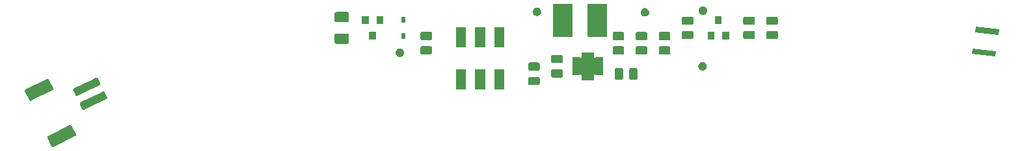
<source format=gbr>
G04 #@! TF.GenerationSoftware,KiCad,Pcbnew,(5.0.1)-3*
G04 #@! TF.CreationDate,2021-05-06T18:47:49+10:00*
G04 #@! TF.ProjectId,LED Right Glasses Arm (power),4C454420526967687420476C61737365,rev?*
G04 #@! TF.SameCoordinates,Original*
G04 #@! TF.FileFunction,Soldermask,Top*
G04 #@! TF.FilePolarity,Negative*
%FSLAX46Y46*%
G04 Gerber Fmt 4.6, Leading zero omitted, Abs format (unit mm)*
G04 Created by KiCad (PCBNEW (5.0.1)-3) date 6/05/2021 6:47:49 PM*
%MOMM*%
%LPD*%
G01*
G04 APERTURE LIST*
%ADD10C,0.100000*%
G04 APERTURE END LIST*
D10*
G36*
X94703318Y-105716217D02*
X94738226Y-105724517D01*
X94770855Y-105739473D01*
X94799932Y-105760502D01*
X94824351Y-105786803D01*
X94846401Y-105822610D01*
X95382260Y-106921283D01*
X95396902Y-106960708D01*
X95402594Y-106996143D01*
X95401263Y-107032005D01*
X95392963Y-107066913D01*
X95378007Y-107099542D01*
X95356978Y-107128619D01*
X95330677Y-107153038D01*
X95294870Y-107175088D01*
X92488488Y-108543852D01*
X92449063Y-108558494D01*
X92413628Y-108564186D01*
X92377766Y-108562855D01*
X92342858Y-108554555D01*
X92310229Y-108539599D01*
X92281152Y-108518570D01*
X92256733Y-108492269D01*
X92234683Y-108456462D01*
X91698824Y-107357789D01*
X91684182Y-107318364D01*
X91678490Y-107282929D01*
X91679821Y-107247067D01*
X91688121Y-107212159D01*
X91703077Y-107179530D01*
X91724106Y-107150453D01*
X91750407Y-107126034D01*
X91786214Y-107103984D01*
X94592596Y-105735220D01*
X94632021Y-105720578D01*
X94667456Y-105714886D01*
X94703318Y-105716217D01*
X94703318Y-105716217D01*
G37*
G36*
X98986191Y-101296353D02*
X99026695Y-101305985D01*
X99064548Y-101323335D01*
X99098289Y-101347736D01*
X99126615Y-101378246D01*
X99151687Y-101418961D01*
X99176389Y-101469608D01*
X99176391Y-101469611D01*
X99417934Y-101964847D01*
X99417938Y-101964857D01*
X99442636Y-102015496D01*
X99459285Y-102060321D01*
X99465887Y-102101428D01*
X99464344Y-102143036D01*
X99454712Y-102183540D01*
X99437362Y-102221393D01*
X99412961Y-102255134D01*
X99382448Y-102283463D01*
X99341744Y-102308528D01*
X99291094Y-102333232D01*
X99291087Y-102333236D01*
X97236798Y-103335179D01*
X96498218Y-103695409D01*
X96453393Y-103712058D01*
X96412286Y-103718661D01*
X96370677Y-103717117D01*
X96330173Y-103707485D01*
X96292320Y-103690135D01*
X96258579Y-103665734D01*
X96230253Y-103635224D01*
X96205181Y-103594509D01*
X96180477Y-103543859D01*
X95938934Y-103048623D01*
X95938930Y-103048613D01*
X95914232Y-102997974D01*
X95897583Y-102953149D01*
X95890981Y-102912042D01*
X95892524Y-102870434D01*
X95902156Y-102829930D01*
X95919506Y-102792077D01*
X95943907Y-102758336D01*
X95974420Y-102730007D01*
X96015124Y-102704942D01*
X96065774Y-102680238D01*
X96065781Y-102680234D01*
X98642214Y-101423624D01*
X98858650Y-101318061D01*
X98903475Y-101301412D01*
X98944582Y-101294809D01*
X98986191Y-101296353D01*
X98986191Y-101296353D01*
G37*
G36*
X91766230Y-99694297D02*
X91801138Y-99702597D01*
X91833767Y-99717553D01*
X91862844Y-99738582D01*
X91887263Y-99764883D01*
X91909313Y-99800690D01*
X92445172Y-100899363D01*
X92459814Y-100938788D01*
X92465506Y-100974223D01*
X92464175Y-101010085D01*
X92455875Y-101044993D01*
X92440919Y-101077622D01*
X92419890Y-101106699D01*
X92393589Y-101131118D01*
X92357782Y-101153168D01*
X89551400Y-102521932D01*
X89511975Y-102536574D01*
X89476540Y-102542266D01*
X89440678Y-102540935D01*
X89405770Y-102532635D01*
X89373141Y-102517679D01*
X89344064Y-102496650D01*
X89319645Y-102470349D01*
X89297595Y-102434542D01*
X88761736Y-101335869D01*
X88747094Y-101296444D01*
X88741402Y-101261009D01*
X88742733Y-101225147D01*
X88751033Y-101190239D01*
X88765989Y-101157610D01*
X88787018Y-101128533D01*
X88813319Y-101104114D01*
X88849126Y-101082064D01*
X91655508Y-99713300D01*
X91694933Y-99698658D01*
X91730368Y-99692966D01*
X91766230Y-99694297D01*
X91766230Y-99694297D01*
G37*
G36*
X98109448Y-99498767D02*
X98149952Y-99508399D01*
X98187805Y-99525749D01*
X98221546Y-99550150D01*
X98249872Y-99580660D01*
X98274944Y-99621375D01*
X98299646Y-99672022D01*
X98299648Y-99672025D01*
X98541191Y-100167261D01*
X98541195Y-100167271D01*
X98565893Y-100217910D01*
X98582542Y-100262735D01*
X98589144Y-100303842D01*
X98587601Y-100345450D01*
X98577969Y-100385954D01*
X98560619Y-100423807D01*
X98536218Y-100457548D01*
X98505705Y-100485877D01*
X98465001Y-100510942D01*
X98414351Y-100535646D01*
X98414344Y-100535650D01*
X96631403Y-101405248D01*
X95621475Y-101897823D01*
X95576650Y-101914472D01*
X95535543Y-101921075D01*
X95493934Y-101919531D01*
X95453430Y-101909899D01*
X95415577Y-101892549D01*
X95381836Y-101868148D01*
X95353510Y-101837638D01*
X95328438Y-101796923D01*
X95303734Y-101746273D01*
X95062191Y-101251037D01*
X95062187Y-101251027D01*
X95037489Y-101200388D01*
X95020840Y-101155563D01*
X95014238Y-101114456D01*
X95015781Y-101072848D01*
X95025413Y-101032344D01*
X95042763Y-100994491D01*
X95067164Y-100960750D01*
X95097677Y-100932421D01*
X95138381Y-100907356D01*
X95189031Y-100882652D01*
X95189038Y-100882648D01*
X97356507Y-99825503D01*
X97981907Y-99520475D01*
X98026732Y-99503826D01*
X98067839Y-99497223D01*
X98109448Y-99498767D01*
X98109448Y-99498767D01*
G37*
G36*
X151151000Y-101051000D02*
X149849000Y-101051000D01*
X149849000Y-98449000D01*
X151151000Y-98449000D01*
X151151000Y-101051000D01*
X151151000Y-101051000D01*
G37*
G36*
X148651000Y-101051000D02*
X147349000Y-101051000D01*
X147349000Y-98449000D01*
X148651000Y-98449000D01*
X148651000Y-101051000D01*
X148651000Y-101051000D01*
G37*
G36*
X146151000Y-101051000D02*
X144849000Y-101051000D01*
X144849000Y-98449000D01*
X146151000Y-98449000D01*
X146151000Y-101051000D01*
X146151000Y-101051000D01*
G37*
G36*
X155584466Y-99403565D02*
X155623137Y-99415296D01*
X155658779Y-99434348D01*
X155690017Y-99459983D01*
X155715652Y-99491221D01*
X155734704Y-99526863D01*
X155746435Y-99565534D01*
X155751000Y-99611888D01*
X155751000Y-100263112D01*
X155746435Y-100309466D01*
X155734704Y-100348137D01*
X155715652Y-100383779D01*
X155690017Y-100415017D01*
X155658779Y-100440652D01*
X155623137Y-100459704D01*
X155584466Y-100471435D01*
X155538112Y-100476000D01*
X154461888Y-100476000D01*
X154415534Y-100471435D01*
X154376863Y-100459704D01*
X154341221Y-100440652D01*
X154309983Y-100415017D01*
X154284348Y-100383779D01*
X154265296Y-100348137D01*
X154253565Y-100309466D01*
X154249000Y-100263112D01*
X154249000Y-99611888D01*
X154253565Y-99565534D01*
X154265296Y-99526863D01*
X154284348Y-99491221D01*
X154309983Y-99459983D01*
X154341221Y-99434348D01*
X154376863Y-99415296D01*
X154415534Y-99403565D01*
X154461888Y-99399000D01*
X155538112Y-99399000D01*
X155584466Y-99403565D01*
X155584466Y-99403565D01*
G37*
G36*
X162776000Y-96749000D02*
X162778402Y-96773386D01*
X162785515Y-96796835D01*
X162797066Y-96818446D01*
X162812612Y-96837388D01*
X162831554Y-96852934D01*
X162853165Y-96864485D01*
X162876614Y-96871598D01*
X162901000Y-96874000D01*
X162967783Y-96874000D01*
X162992169Y-96871598D01*
X163015618Y-96864485D01*
X163037229Y-96852934D01*
X163047055Y-96845647D01*
X163072766Y-96824547D01*
X163109248Y-96805047D01*
X163136319Y-96796835D01*
X163148832Y-96793039D01*
X163152689Y-96792659D01*
X163179685Y-96790000D01*
X163970000Y-96790000D01*
X163970000Y-96983552D01*
X163970601Y-96995790D01*
X163971016Y-97000000D01*
X163970601Y-97004210D01*
X163970000Y-97016448D01*
X163970000Y-97483552D01*
X163970601Y-97495790D01*
X163971016Y-97500000D01*
X163970601Y-97504210D01*
X163970000Y-97516448D01*
X163970000Y-97983552D01*
X163970601Y-97995790D01*
X163971016Y-98000000D01*
X163970601Y-98004210D01*
X163970000Y-98016448D01*
X163970000Y-98483552D01*
X163970601Y-98495790D01*
X163971016Y-98500000D01*
X163970601Y-98504210D01*
X163970000Y-98516448D01*
X163970000Y-98983552D01*
X163970601Y-98995790D01*
X163971016Y-99000000D01*
X163970601Y-99004210D01*
X163970000Y-99016448D01*
X163970000Y-99210000D01*
X163179685Y-99210000D01*
X163152690Y-99207341D01*
X163148832Y-99206961D01*
X163135638Y-99202958D01*
X163109248Y-99194953D01*
X163072766Y-99175453D01*
X163047069Y-99154364D01*
X163026708Y-99140760D01*
X163004069Y-99131383D01*
X162980036Y-99126602D01*
X162967783Y-99126000D01*
X162901000Y-99126000D01*
X162876614Y-99128402D01*
X162853165Y-99135515D01*
X162831554Y-99147066D01*
X162812612Y-99162612D01*
X162797066Y-99181554D01*
X162785515Y-99203165D01*
X162778402Y-99226614D01*
X162776000Y-99251000D01*
X162776000Y-99826000D01*
X161224000Y-99826000D01*
X161224000Y-99251000D01*
X161221598Y-99226614D01*
X161214485Y-99203165D01*
X161202934Y-99181554D01*
X161187388Y-99162612D01*
X161168446Y-99147066D01*
X161146835Y-99135515D01*
X161123386Y-99128402D01*
X161099000Y-99126000D01*
X161032217Y-99126000D01*
X161007831Y-99128402D01*
X160984382Y-99135515D01*
X160962771Y-99147066D01*
X160952945Y-99154353D01*
X160927234Y-99175453D01*
X160890752Y-99194953D01*
X160864362Y-99202958D01*
X160851168Y-99206961D01*
X160847310Y-99207341D01*
X160820315Y-99210000D01*
X160030000Y-99210000D01*
X160030000Y-99016448D01*
X160029399Y-99004210D01*
X160028984Y-99000000D01*
X160029399Y-98995790D01*
X160030000Y-98983552D01*
X160030000Y-98516448D01*
X160029399Y-98504210D01*
X160028984Y-98500000D01*
X160029399Y-98495790D01*
X160030000Y-98483552D01*
X160030000Y-98016448D01*
X160029399Y-98004210D01*
X160028984Y-98000000D01*
X160029399Y-97995790D01*
X160030000Y-97983552D01*
X160030000Y-97516448D01*
X160029399Y-97504210D01*
X160028984Y-97500000D01*
X160029399Y-97495790D01*
X160030000Y-97483552D01*
X160030000Y-97016448D01*
X160029399Y-97004210D01*
X160028984Y-97000000D01*
X160029399Y-96995790D01*
X160030000Y-96983552D01*
X160030000Y-96790000D01*
X160820315Y-96790000D01*
X160847311Y-96792659D01*
X160851168Y-96793039D01*
X160863681Y-96796835D01*
X160890752Y-96805047D01*
X160927234Y-96824547D01*
X160952931Y-96845636D01*
X160973292Y-96859240D01*
X160995931Y-96868617D01*
X161019964Y-96873398D01*
X161032217Y-96874000D01*
X161099000Y-96874000D01*
X161123386Y-96871598D01*
X161146835Y-96864485D01*
X161168446Y-96852934D01*
X161187388Y-96837388D01*
X161202934Y-96818446D01*
X161214485Y-96796835D01*
X161221598Y-96773386D01*
X161224000Y-96749000D01*
X161224000Y-96174000D01*
X162776000Y-96174000D01*
X162776000Y-96749000D01*
X162776000Y-96749000D01*
G37*
G36*
X166434466Y-98253565D02*
X166473137Y-98265296D01*
X166508779Y-98284348D01*
X166540017Y-98309983D01*
X166565652Y-98341221D01*
X166584704Y-98376863D01*
X166596435Y-98415534D01*
X166601000Y-98461888D01*
X166601000Y-99538112D01*
X166596435Y-99584466D01*
X166584704Y-99623137D01*
X166565652Y-99658779D01*
X166540017Y-99690017D01*
X166508779Y-99715652D01*
X166473137Y-99734704D01*
X166434466Y-99746435D01*
X166388112Y-99751000D01*
X165736888Y-99751000D01*
X165690534Y-99746435D01*
X165651863Y-99734704D01*
X165616221Y-99715652D01*
X165584983Y-99690017D01*
X165559348Y-99658779D01*
X165540296Y-99623137D01*
X165528565Y-99584466D01*
X165524000Y-99538112D01*
X165524000Y-98461888D01*
X165528565Y-98415534D01*
X165540296Y-98376863D01*
X165559348Y-98341221D01*
X165584983Y-98309983D01*
X165616221Y-98284348D01*
X165651863Y-98265296D01*
X165690534Y-98253565D01*
X165736888Y-98249000D01*
X166388112Y-98249000D01*
X166434466Y-98253565D01*
X166434466Y-98253565D01*
G37*
G36*
X168309466Y-98253565D02*
X168348137Y-98265296D01*
X168383779Y-98284348D01*
X168415017Y-98309983D01*
X168440652Y-98341221D01*
X168459704Y-98376863D01*
X168471435Y-98415534D01*
X168476000Y-98461888D01*
X168476000Y-99538112D01*
X168471435Y-99584466D01*
X168459704Y-99623137D01*
X168440652Y-99658779D01*
X168415017Y-99690017D01*
X168383779Y-99715652D01*
X168348137Y-99734704D01*
X168309466Y-99746435D01*
X168263112Y-99751000D01*
X167611888Y-99751000D01*
X167565534Y-99746435D01*
X167526863Y-99734704D01*
X167491221Y-99715652D01*
X167459983Y-99690017D01*
X167434348Y-99658779D01*
X167415296Y-99623137D01*
X167403565Y-99584466D01*
X167399000Y-99538112D01*
X167399000Y-98461888D01*
X167403565Y-98415534D01*
X167415296Y-98376863D01*
X167434348Y-98341221D01*
X167459983Y-98309983D01*
X167491221Y-98284348D01*
X167526863Y-98265296D01*
X167565534Y-98253565D01*
X167611888Y-98249000D01*
X168263112Y-98249000D01*
X168309466Y-98253565D01*
X168309466Y-98253565D01*
G37*
G36*
X158584466Y-98403565D02*
X158623137Y-98415296D01*
X158658779Y-98434348D01*
X158690017Y-98459983D01*
X158715652Y-98491221D01*
X158734704Y-98526863D01*
X158746435Y-98565534D01*
X158751000Y-98611888D01*
X158751000Y-99263112D01*
X158746435Y-99309466D01*
X158734704Y-99348137D01*
X158715652Y-99383779D01*
X158690017Y-99415017D01*
X158658779Y-99440652D01*
X158623137Y-99459704D01*
X158584466Y-99471435D01*
X158538112Y-99476000D01*
X157461888Y-99476000D01*
X157415534Y-99471435D01*
X157376863Y-99459704D01*
X157341221Y-99440652D01*
X157309983Y-99415017D01*
X157284348Y-99383779D01*
X157265296Y-99348137D01*
X157253565Y-99309466D01*
X157249000Y-99263112D01*
X157249000Y-98611888D01*
X157253565Y-98565534D01*
X157265296Y-98526863D01*
X157284348Y-98491221D01*
X157309983Y-98459983D01*
X157341221Y-98434348D01*
X157376863Y-98415296D01*
X157415534Y-98403565D01*
X157461888Y-98399000D01*
X158538112Y-98399000D01*
X158584466Y-98403565D01*
X158584466Y-98403565D01*
G37*
G36*
X155584466Y-97528565D02*
X155623137Y-97540296D01*
X155658779Y-97559348D01*
X155690017Y-97584983D01*
X155715652Y-97616221D01*
X155734704Y-97651863D01*
X155746435Y-97690534D01*
X155751000Y-97736888D01*
X155751000Y-98388112D01*
X155746435Y-98434466D01*
X155734704Y-98473137D01*
X155715652Y-98508779D01*
X155690017Y-98540017D01*
X155658779Y-98565652D01*
X155623137Y-98584704D01*
X155584466Y-98596435D01*
X155538112Y-98601000D01*
X154461888Y-98601000D01*
X154415534Y-98596435D01*
X154376863Y-98584704D01*
X154341221Y-98565652D01*
X154309983Y-98540017D01*
X154284348Y-98508779D01*
X154265296Y-98473137D01*
X154253565Y-98434466D01*
X154249000Y-98388112D01*
X154249000Y-97736888D01*
X154253565Y-97690534D01*
X154265296Y-97651863D01*
X154284348Y-97616221D01*
X154309983Y-97584983D01*
X154341221Y-97559348D01*
X154376863Y-97540296D01*
X154415534Y-97528565D01*
X154461888Y-97524000D01*
X155538112Y-97524000D01*
X155584466Y-97528565D01*
X155584466Y-97528565D01*
G37*
G36*
X177110721Y-97470174D02*
X177210995Y-97511709D01*
X177301245Y-97572012D01*
X177377988Y-97648755D01*
X177438291Y-97739005D01*
X177479826Y-97839279D01*
X177501000Y-97945730D01*
X177501000Y-98054270D01*
X177479826Y-98160721D01*
X177438291Y-98260995D01*
X177377988Y-98351245D01*
X177301245Y-98427988D01*
X177210995Y-98488291D01*
X177110721Y-98529826D01*
X177004270Y-98551000D01*
X176895730Y-98551000D01*
X176789279Y-98529826D01*
X176689005Y-98488291D01*
X176598755Y-98427988D01*
X176522012Y-98351245D01*
X176461709Y-98260995D01*
X176420174Y-98160721D01*
X176399000Y-98054270D01*
X176399000Y-97945730D01*
X176420174Y-97839279D01*
X176461709Y-97739005D01*
X176522012Y-97648755D01*
X176598755Y-97572012D01*
X176689005Y-97511709D01*
X176789279Y-97470174D01*
X176895730Y-97449000D01*
X177004270Y-97449000D01*
X177110721Y-97470174D01*
X177110721Y-97470174D01*
G37*
G36*
X158584466Y-96528565D02*
X158623137Y-96540296D01*
X158658779Y-96559348D01*
X158690017Y-96584983D01*
X158715652Y-96616221D01*
X158734704Y-96651863D01*
X158746435Y-96690534D01*
X158751000Y-96736888D01*
X158751000Y-97388112D01*
X158746435Y-97434466D01*
X158734704Y-97473137D01*
X158715652Y-97508779D01*
X158690017Y-97540017D01*
X158658779Y-97565652D01*
X158623137Y-97584704D01*
X158584466Y-97596435D01*
X158538112Y-97601000D01*
X157461888Y-97601000D01*
X157415534Y-97596435D01*
X157376863Y-97584704D01*
X157341221Y-97565652D01*
X157309983Y-97540017D01*
X157284348Y-97508779D01*
X157265296Y-97473137D01*
X157253565Y-97434466D01*
X157249000Y-97388112D01*
X157249000Y-96736888D01*
X157253565Y-96690534D01*
X157265296Y-96651863D01*
X157284348Y-96616221D01*
X157309983Y-96584983D01*
X157341221Y-96559348D01*
X157376863Y-96540296D01*
X157415534Y-96528565D01*
X157461888Y-96524000D01*
X158538112Y-96524000D01*
X158584466Y-96528565D01*
X158584466Y-96528565D01*
G37*
G36*
X137710721Y-95720174D02*
X137810995Y-95761709D01*
X137901245Y-95822012D01*
X137977988Y-95898755D01*
X138038291Y-95989005D01*
X138079826Y-96089279D01*
X138101000Y-96195730D01*
X138101000Y-96304270D01*
X138079826Y-96410721D01*
X138038291Y-96510995D01*
X137977988Y-96601245D01*
X137901245Y-96677988D01*
X137810995Y-96738291D01*
X137710721Y-96779826D01*
X137604270Y-96801000D01*
X137495730Y-96801000D01*
X137389279Y-96779826D01*
X137289005Y-96738291D01*
X137198755Y-96677988D01*
X137122012Y-96601245D01*
X137061709Y-96510995D01*
X137020174Y-96410721D01*
X136999000Y-96304270D01*
X136999000Y-96195730D01*
X137020174Y-96089279D01*
X137061709Y-95989005D01*
X137122012Y-95898755D01*
X137198755Y-95822012D01*
X137289005Y-95761709D01*
X137389279Y-95720174D01*
X137495730Y-95699000D01*
X137604270Y-95699000D01*
X137710721Y-95720174D01*
X137710721Y-95720174D01*
G37*
G36*
X215168436Y-96021060D02*
X215092620Y-96718954D01*
X212008764Y-96383940D01*
X212084580Y-95686046D01*
X215168436Y-96021060D01*
X215168436Y-96021060D01*
G37*
G36*
X166584466Y-95403565D02*
X166623137Y-95415296D01*
X166658779Y-95434348D01*
X166690017Y-95459983D01*
X166715652Y-95491221D01*
X166734704Y-95526863D01*
X166746435Y-95565534D01*
X166751000Y-95611888D01*
X166751000Y-96263112D01*
X166746435Y-96309466D01*
X166734704Y-96348137D01*
X166715652Y-96383779D01*
X166690017Y-96415017D01*
X166658779Y-96440652D01*
X166623137Y-96459704D01*
X166584466Y-96471435D01*
X166538112Y-96476000D01*
X165461888Y-96476000D01*
X165415534Y-96471435D01*
X165376863Y-96459704D01*
X165341221Y-96440652D01*
X165309983Y-96415017D01*
X165284348Y-96383779D01*
X165265296Y-96348137D01*
X165253565Y-96309466D01*
X165249000Y-96263112D01*
X165249000Y-95611888D01*
X165253565Y-95565534D01*
X165265296Y-95526863D01*
X165284348Y-95491221D01*
X165309983Y-95459983D01*
X165341221Y-95434348D01*
X165376863Y-95415296D01*
X165415534Y-95403565D01*
X165461888Y-95399000D01*
X166538112Y-95399000D01*
X166584466Y-95403565D01*
X166584466Y-95403565D01*
G37*
G36*
X141584466Y-95403565D02*
X141623137Y-95415296D01*
X141658779Y-95434348D01*
X141690017Y-95459983D01*
X141715652Y-95491221D01*
X141734704Y-95526863D01*
X141746435Y-95565534D01*
X141751000Y-95611888D01*
X141751000Y-96263112D01*
X141746435Y-96309466D01*
X141734704Y-96348137D01*
X141715652Y-96383779D01*
X141690017Y-96415017D01*
X141658779Y-96440652D01*
X141623137Y-96459704D01*
X141584466Y-96471435D01*
X141538112Y-96476000D01*
X140461888Y-96476000D01*
X140415534Y-96471435D01*
X140376863Y-96459704D01*
X140341221Y-96440652D01*
X140309983Y-96415017D01*
X140284348Y-96383779D01*
X140265296Y-96348137D01*
X140253565Y-96309466D01*
X140249000Y-96263112D01*
X140249000Y-95611888D01*
X140253565Y-95565534D01*
X140265296Y-95526863D01*
X140284348Y-95491221D01*
X140309983Y-95459983D01*
X140341221Y-95434348D01*
X140376863Y-95415296D01*
X140415534Y-95403565D01*
X140461888Y-95399000D01*
X141538112Y-95399000D01*
X141584466Y-95403565D01*
X141584466Y-95403565D01*
G37*
G36*
X169584466Y-95403565D02*
X169623137Y-95415296D01*
X169658779Y-95434348D01*
X169690017Y-95459983D01*
X169715652Y-95491221D01*
X169734704Y-95526863D01*
X169746435Y-95565534D01*
X169751000Y-95611888D01*
X169751000Y-96263112D01*
X169746435Y-96309466D01*
X169734704Y-96348137D01*
X169715652Y-96383779D01*
X169690017Y-96415017D01*
X169658779Y-96440652D01*
X169623137Y-96459704D01*
X169584466Y-96471435D01*
X169538112Y-96476000D01*
X168461888Y-96476000D01*
X168415534Y-96471435D01*
X168376863Y-96459704D01*
X168341221Y-96440652D01*
X168309983Y-96415017D01*
X168284348Y-96383779D01*
X168265296Y-96348137D01*
X168253565Y-96309466D01*
X168249000Y-96263112D01*
X168249000Y-95611888D01*
X168253565Y-95565534D01*
X168265296Y-95526863D01*
X168284348Y-95491221D01*
X168309983Y-95459983D01*
X168341221Y-95434348D01*
X168376863Y-95415296D01*
X168415534Y-95403565D01*
X168461888Y-95399000D01*
X169538112Y-95399000D01*
X169584466Y-95403565D01*
X169584466Y-95403565D01*
G37*
G36*
X172584466Y-95403565D02*
X172623137Y-95415296D01*
X172658779Y-95434348D01*
X172690017Y-95459983D01*
X172715652Y-95491221D01*
X172734704Y-95526863D01*
X172746435Y-95565534D01*
X172751000Y-95611888D01*
X172751000Y-96263112D01*
X172746435Y-96309466D01*
X172734704Y-96348137D01*
X172715652Y-96383779D01*
X172690017Y-96415017D01*
X172658779Y-96440652D01*
X172623137Y-96459704D01*
X172584466Y-96471435D01*
X172538112Y-96476000D01*
X171461888Y-96476000D01*
X171415534Y-96471435D01*
X171376863Y-96459704D01*
X171341221Y-96440652D01*
X171309983Y-96415017D01*
X171284348Y-96383779D01*
X171265296Y-96348137D01*
X171253565Y-96309466D01*
X171249000Y-96263112D01*
X171249000Y-95611888D01*
X171253565Y-95565534D01*
X171265296Y-95526863D01*
X171284348Y-95491221D01*
X171309983Y-95459983D01*
X171341221Y-95434348D01*
X171376863Y-95415296D01*
X171415534Y-95403565D01*
X171461888Y-95399000D01*
X172538112Y-95399000D01*
X172584466Y-95403565D01*
X172584466Y-95403565D01*
G37*
G36*
X151151000Y-95551000D02*
X149849000Y-95551000D01*
X149849000Y-92949000D01*
X151151000Y-92949000D01*
X151151000Y-95551000D01*
X151151000Y-95551000D01*
G37*
G36*
X148651000Y-95551000D02*
X147349000Y-95551000D01*
X147349000Y-92949000D01*
X148651000Y-92949000D01*
X148651000Y-95551000D01*
X148651000Y-95551000D01*
G37*
G36*
X146151000Y-95551000D02*
X144849000Y-95551000D01*
X144849000Y-92949000D01*
X146151000Y-92949000D01*
X146151000Y-95551000D01*
X146151000Y-95551000D01*
G37*
G36*
X130768604Y-93728347D02*
X130805145Y-93739432D01*
X130838820Y-93757431D01*
X130868341Y-93781659D01*
X130892569Y-93811180D01*
X130910568Y-93844855D01*
X130921653Y-93881396D01*
X130926000Y-93925538D01*
X130926000Y-94874462D01*
X130921653Y-94918604D01*
X130910568Y-94955145D01*
X130892569Y-94988820D01*
X130868341Y-95018341D01*
X130838820Y-95042569D01*
X130805145Y-95060568D01*
X130768604Y-95071653D01*
X130724462Y-95076000D01*
X129275538Y-95076000D01*
X129231396Y-95071653D01*
X129194855Y-95060568D01*
X129161180Y-95042569D01*
X129131659Y-95018341D01*
X129107431Y-94988820D01*
X129089432Y-94955145D01*
X129078347Y-94918604D01*
X129074000Y-94874462D01*
X129074000Y-93925538D01*
X129078347Y-93881396D01*
X129089432Y-93844855D01*
X129107431Y-93811180D01*
X129131659Y-93781659D01*
X129161180Y-93757431D01*
X129194855Y-93739432D01*
X129231396Y-93728347D01*
X129275538Y-93724000D01*
X130724462Y-93724000D01*
X130768604Y-93728347D01*
X130768604Y-93728347D01*
G37*
G36*
X141584466Y-93528565D02*
X141623137Y-93540296D01*
X141658779Y-93559348D01*
X141690017Y-93584983D01*
X141715652Y-93616221D01*
X141734704Y-93651863D01*
X141746435Y-93690534D01*
X141751000Y-93736888D01*
X141751000Y-94388112D01*
X141746435Y-94434466D01*
X141734704Y-94473137D01*
X141715652Y-94508779D01*
X141690017Y-94540017D01*
X141658779Y-94565652D01*
X141623137Y-94584704D01*
X141584466Y-94596435D01*
X141538112Y-94601000D01*
X140461888Y-94601000D01*
X140415534Y-94596435D01*
X140376863Y-94584704D01*
X140341221Y-94565652D01*
X140309983Y-94540017D01*
X140284348Y-94508779D01*
X140265296Y-94473137D01*
X140253565Y-94434466D01*
X140249000Y-94388112D01*
X140249000Y-93736888D01*
X140253565Y-93690534D01*
X140265296Y-93651863D01*
X140284348Y-93616221D01*
X140309983Y-93584983D01*
X140341221Y-93559348D01*
X140376863Y-93540296D01*
X140415534Y-93528565D01*
X140461888Y-93524000D01*
X141538112Y-93524000D01*
X141584466Y-93528565D01*
X141584466Y-93528565D01*
G37*
G36*
X172584466Y-93528565D02*
X172623137Y-93540296D01*
X172658779Y-93559348D01*
X172690017Y-93584983D01*
X172715652Y-93616221D01*
X172734704Y-93651863D01*
X172746435Y-93690534D01*
X172751000Y-93736888D01*
X172751000Y-94388112D01*
X172746435Y-94434466D01*
X172734704Y-94473137D01*
X172715652Y-94508779D01*
X172690017Y-94540017D01*
X172658779Y-94565652D01*
X172623137Y-94584704D01*
X172584466Y-94596435D01*
X172538112Y-94601000D01*
X171461888Y-94601000D01*
X171415534Y-94596435D01*
X171376863Y-94584704D01*
X171341221Y-94565652D01*
X171309983Y-94540017D01*
X171284348Y-94508779D01*
X171265296Y-94473137D01*
X171253565Y-94434466D01*
X171249000Y-94388112D01*
X171249000Y-93736888D01*
X171253565Y-93690534D01*
X171265296Y-93651863D01*
X171284348Y-93616221D01*
X171309983Y-93584983D01*
X171341221Y-93559348D01*
X171376863Y-93540296D01*
X171415534Y-93528565D01*
X171461888Y-93524000D01*
X172538112Y-93524000D01*
X172584466Y-93528565D01*
X172584466Y-93528565D01*
G37*
G36*
X169584466Y-93528565D02*
X169623137Y-93540296D01*
X169658779Y-93559348D01*
X169690017Y-93584983D01*
X169715652Y-93616221D01*
X169734704Y-93651863D01*
X169746435Y-93690534D01*
X169751000Y-93736888D01*
X169751000Y-94388112D01*
X169746435Y-94434466D01*
X169734704Y-94473137D01*
X169715652Y-94508779D01*
X169690017Y-94540017D01*
X169658779Y-94565652D01*
X169623137Y-94584704D01*
X169584466Y-94596435D01*
X169538112Y-94601000D01*
X168461888Y-94601000D01*
X168415534Y-94596435D01*
X168376863Y-94584704D01*
X168341221Y-94565652D01*
X168309983Y-94540017D01*
X168284348Y-94508779D01*
X168265296Y-94473137D01*
X168253565Y-94434466D01*
X168249000Y-94388112D01*
X168249000Y-93736888D01*
X168253565Y-93690534D01*
X168265296Y-93651863D01*
X168284348Y-93616221D01*
X168309983Y-93584983D01*
X168341221Y-93559348D01*
X168376863Y-93540296D01*
X168415534Y-93528565D01*
X168461888Y-93524000D01*
X169538112Y-93524000D01*
X169584466Y-93528565D01*
X169584466Y-93528565D01*
G37*
G36*
X166584466Y-93528565D02*
X166623137Y-93540296D01*
X166658779Y-93559348D01*
X166690017Y-93584983D01*
X166715652Y-93616221D01*
X166734704Y-93651863D01*
X166746435Y-93690534D01*
X166751000Y-93736888D01*
X166751000Y-94388112D01*
X166746435Y-94434466D01*
X166734704Y-94473137D01*
X166715652Y-94508779D01*
X166690017Y-94540017D01*
X166658779Y-94565652D01*
X166623137Y-94584704D01*
X166584466Y-94596435D01*
X166538112Y-94601000D01*
X165461888Y-94601000D01*
X165415534Y-94596435D01*
X165376863Y-94584704D01*
X165341221Y-94565652D01*
X165309983Y-94540017D01*
X165284348Y-94508779D01*
X165265296Y-94473137D01*
X165253565Y-94434466D01*
X165249000Y-94388112D01*
X165249000Y-93736888D01*
X165253565Y-93690534D01*
X165265296Y-93651863D01*
X165284348Y-93616221D01*
X165309983Y-93584983D01*
X165341221Y-93559348D01*
X165376863Y-93540296D01*
X165415534Y-93528565D01*
X165461888Y-93524000D01*
X166538112Y-93524000D01*
X166584466Y-93528565D01*
X166584466Y-93528565D01*
G37*
G36*
X178501000Y-94501000D02*
X177599000Y-94501000D01*
X177599000Y-93499000D01*
X178501000Y-93499000D01*
X178501000Y-94501000D01*
X178501000Y-94501000D01*
G37*
G36*
X180401000Y-94501000D02*
X179499000Y-94501000D01*
X179499000Y-93499000D01*
X180401000Y-93499000D01*
X180401000Y-94501000D01*
X180401000Y-94501000D01*
G37*
G36*
X134451000Y-94501000D02*
X133549000Y-94501000D01*
X133549000Y-93499000D01*
X134451000Y-93499000D01*
X134451000Y-94501000D01*
X134451000Y-94501000D01*
G37*
G36*
X183584466Y-93403565D02*
X183623137Y-93415296D01*
X183658779Y-93434348D01*
X183690017Y-93459983D01*
X183715652Y-93491221D01*
X183734704Y-93526863D01*
X183746435Y-93565534D01*
X183751000Y-93611888D01*
X183751000Y-94263112D01*
X183746435Y-94309466D01*
X183734704Y-94348137D01*
X183715652Y-94383779D01*
X183690017Y-94415017D01*
X183658779Y-94440652D01*
X183623137Y-94459704D01*
X183584466Y-94471435D01*
X183538112Y-94476000D01*
X182461888Y-94476000D01*
X182415534Y-94471435D01*
X182376863Y-94459704D01*
X182341221Y-94440652D01*
X182309983Y-94415017D01*
X182284348Y-94383779D01*
X182265296Y-94348137D01*
X182253565Y-94309466D01*
X182249000Y-94263112D01*
X182249000Y-93611888D01*
X182253565Y-93565534D01*
X182265296Y-93526863D01*
X182284348Y-93491221D01*
X182309983Y-93459983D01*
X182341221Y-93434348D01*
X182376863Y-93415296D01*
X182415534Y-93403565D01*
X182461888Y-93399000D01*
X183538112Y-93399000D01*
X183584466Y-93403565D01*
X183584466Y-93403565D01*
G37*
G36*
X186584466Y-93403565D02*
X186623137Y-93415296D01*
X186658779Y-93434348D01*
X186690017Y-93459983D01*
X186715652Y-93491221D01*
X186734704Y-93526863D01*
X186746435Y-93565534D01*
X186751000Y-93611888D01*
X186751000Y-94263112D01*
X186746435Y-94309466D01*
X186734704Y-94348137D01*
X186715652Y-94383779D01*
X186690017Y-94415017D01*
X186658779Y-94440652D01*
X186623137Y-94459704D01*
X186584466Y-94471435D01*
X186538112Y-94476000D01*
X185461888Y-94476000D01*
X185415534Y-94471435D01*
X185376863Y-94459704D01*
X185341221Y-94440652D01*
X185309983Y-94415017D01*
X185284348Y-94383779D01*
X185265296Y-94348137D01*
X185253565Y-94309466D01*
X185249000Y-94263112D01*
X185249000Y-93611888D01*
X185253565Y-93565534D01*
X185265296Y-93526863D01*
X185284348Y-93491221D01*
X185309983Y-93459983D01*
X185341221Y-93434348D01*
X185376863Y-93415296D01*
X185415534Y-93403565D01*
X185461888Y-93399000D01*
X186538112Y-93399000D01*
X186584466Y-93403565D01*
X186584466Y-93403565D01*
G37*
G36*
X175584466Y-93403565D02*
X175623137Y-93415296D01*
X175658779Y-93434348D01*
X175690017Y-93459983D01*
X175715652Y-93491221D01*
X175734704Y-93526863D01*
X175746435Y-93565534D01*
X175751000Y-93611888D01*
X175751000Y-94263112D01*
X175746435Y-94309466D01*
X175734704Y-94348137D01*
X175715652Y-94383779D01*
X175690017Y-94415017D01*
X175658779Y-94440652D01*
X175623137Y-94459704D01*
X175584466Y-94471435D01*
X175538112Y-94476000D01*
X174461888Y-94476000D01*
X174415534Y-94471435D01*
X174376863Y-94459704D01*
X174341221Y-94440652D01*
X174309983Y-94415017D01*
X174284348Y-94383779D01*
X174265296Y-94348137D01*
X174253565Y-94309466D01*
X174249000Y-94263112D01*
X174249000Y-93611888D01*
X174253565Y-93565534D01*
X174265296Y-93526863D01*
X174284348Y-93491221D01*
X174309983Y-93459983D01*
X174341221Y-93434348D01*
X174376863Y-93415296D01*
X174415534Y-93403565D01*
X174461888Y-93399000D01*
X175538112Y-93399000D01*
X175584466Y-93403565D01*
X175584466Y-93403565D01*
G37*
G36*
X138276000Y-94401000D02*
X137724000Y-94401000D01*
X137724000Y-93699000D01*
X138276000Y-93699000D01*
X138276000Y-94401000D01*
X138276000Y-94401000D01*
G37*
G36*
X164501000Y-94151000D02*
X161999000Y-94151000D01*
X161999000Y-89849000D01*
X164501000Y-89849000D01*
X164501000Y-94151000D01*
X164501000Y-94151000D01*
G37*
G36*
X160001000Y-94151000D02*
X157499000Y-94151000D01*
X157499000Y-89849000D01*
X160001000Y-89849000D01*
X160001000Y-94151000D01*
X160001000Y-94151000D01*
G37*
G36*
X215574836Y-93201660D02*
X215499020Y-93899554D01*
X212415164Y-93564540D01*
X212490980Y-92866646D01*
X215574836Y-93201660D01*
X215574836Y-93201660D01*
G37*
G36*
X186584466Y-91528565D02*
X186623137Y-91540296D01*
X186658779Y-91559348D01*
X186690017Y-91584983D01*
X186715652Y-91616221D01*
X186734704Y-91651863D01*
X186746435Y-91690534D01*
X186751000Y-91736888D01*
X186751000Y-92388112D01*
X186746435Y-92434466D01*
X186734704Y-92473137D01*
X186715652Y-92508779D01*
X186690017Y-92540017D01*
X186658779Y-92565652D01*
X186623137Y-92584704D01*
X186584466Y-92596435D01*
X186538112Y-92601000D01*
X185461888Y-92601000D01*
X185415534Y-92596435D01*
X185376863Y-92584704D01*
X185341221Y-92565652D01*
X185309983Y-92540017D01*
X185284348Y-92508779D01*
X185265296Y-92473137D01*
X185253565Y-92434466D01*
X185249000Y-92388112D01*
X185249000Y-91736888D01*
X185253565Y-91690534D01*
X185265296Y-91651863D01*
X185284348Y-91616221D01*
X185309983Y-91584983D01*
X185341221Y-91559348D01*
X185376863Y-91540296D01*
X185415534Y-91528565D01*
X185461888Y-91524000D01*
X186538112Y-91524000D01*
X186584466Y-91528565D01*
X186584466Y-91528565D01*
G37*
G36*
X183584466Y-91528565D02*
X183623137Y-91540296D01*
X183658779Y-91559348D01*
X183690017Y-91584983D01*
X183715652Y-91616221D01*
X183734704Y-91651863D01*
X183746435Y-91690534D01*
X183751000Y-91736888D01*
X183751000Y-92388112D01*
X183746435Y-92434466D01*
X183734704Y-92473137D01*
X183715652Y-92508779D01*
X183690017Y-92540017D01*
X183658779Y-92565652D01*
X183623137Y-92584704D01*
X183584466Y-92596435D01*
X183538112Y-92601000D01*
X182461888Y-92601000D01*
X182415534Y-92596435D01*
X182376863Y-92584704D01*
X182341221Y-92565652D01*
X182309983Y-92540017D01*
X182284348Y-92508779D01*
X182265296Y-92473137D01*
X182253565Y-92434466D01*
X182249000Y-92388112D01*
X182249000Y-91736888D01*
X182253565Y-91690534D01*
X182265296Y-91651863D01*
X182284348Y-91616221D01*
X182309983Y-91584983D01*
X182341221Y-91559348D01*
X182376863Y-91540296D01*
X182415534Y-91528565D01*
X182461888Y-91524000D01*
X183538112Y-91524000D01*
X183584466Y-91528565D01*
X183584466Y-91528565D01*
G37*
G36*
X175584466Y-91528565D02*
X175623137Y-91540296D01*
X175658779Y-91559348D01*
X175690017Y-91584983D01*
X175715652Y-91616221D01*
X175734704Y-91651863D01*
X175746435Y-91690534D01*
X175751000Y-91736888D01*
X175751000Y-92388112D01*
X175746435Y-92434466D01*
X175734704Y-92473137D01*
X175715652Y-92508779D01*
X175690017Y-92540017D01*
X175658779Y-92565652D01*
X175623137Y-92584704D01*
X175584466Y-92596435D01*
X175538112Y-92601000D01*
X174461888Y-92601000D01*
X174415534Y-92596435D01*
X174376863Y-92584704D01*
X174341221Y-92565652D01*
X174309983Y-92540017D01*
X174284348Y-92508779D01*
X174265296Y-92473137D01*
X174253565Y-92434466D01*
X174249000Y-92388112D01*
X174249000Y-91736888D01*
X174253565Y-91690534D01*
X174265296Y-91651863D01*
X174284348Y-91616221D01*
X174309983Y-91584983D01*
X174341221Y-91559348D01*
X174376863Y-91540296D01*
X174415534Y-91528565D01*
X174461888Y-91524000D01*
X175538112Y-91524000D01*
X175584466Y-91528565D01*
X175584466Y-91528565D01*
G37*
G36*
X179451000Y-92501000D02*
X178549000Y-92501000D01*
X178549000Y-91499000D01*
X179451000Y-91499000D01*
X179451000Y-92501000D01*
X179451000Y-92501000D01*
G37*
G36*
X135401000Y-92501000D02*
X134499000Y-92501000D01*
X134499000Y-91499000D01*
X135401000Y-91499000D01*
X135401000Y-92501000D01*
X135401000Y-92501000D01*
G37*
G36*
X133501000Y-92501000D02*
X132599000Y-92501000D01*
X132599000Y-91499000D01*
X133501000Y-91499000D01*
X133501000Y-92501000D01*
X133501000Y-92501000D01*
G37*
G36*
X138276000Y-92301000D02*
X137724000Y-92301000D01*
X137724000Y-91599000D01*
X138276000Y-91599000D01*
X138276000Y-92301000D01*
X138276000Y-92301000D01*
G37*
G36*
X130768604Y-90928347D02*
X130805145Y-90939432D01*
X130838820Y-90957431D01*
X130868341Y-90981659D01*
X130892569Y-91011180D01*
X130910568Y-91044855D01*
X130921653Y-91081396D01*
X130926000Y-91125538D01*
X130926000Y-92074462D01*
X130921653Y-92118604D01*
X130910568Y-92155145D01*
X130892569Y-92188820D01*
X130868341Y-92218341D01*
X130838820Y-92242569D01*
X130805145Y-92260568D01*
X130768604Y-92271653D01*
X130724462Y-92276000D01*
X129275538Y-92276000D01*
X129231396Y-92271653D01*
X129194855Y-92260568D01*
X129161180Y-92242569D01*
X129131659Y-92218341D01*
X129107431Y-92188820D01*
X129089432Y-92155145D01*
X129078347Y-92118604D01*
X129074000Y-92074462D01*
X129074000Y-91125538D01*
X129078347Y-91081396D01*
X129089432Y-91044855D01*
X129107431Y-91011180D01*
X129131659Y-90981659D01*
X129161180Y-90957431D01*
X129194855Y-90939432D01*
X129231396Y-90928347D01*
X129275538Y-90924000D01*
X130724462Y-90924000D01*
X130768604Y-90928347D01*
X130768604Y-90928347D01*
G37*
G36*
X169610721Y-90420174D02*
X169710995Y-90461709D01*
X169801245Y-90522012D01*
X169877988Y-90598755D01*
X169938291Y-90689005D01*
X169979826Y-90789279D01*
X170001000Y-90895730D01*
X170001000Y-91004270D01*
X169979826Y-91110721D01*
X169938291Y-91210995D01*
X169877988Y-91301245D01*
X169801245Y-91377988D01*
X169710995Y-91438291D01*
X169610721Y-91479826D01*
X169504270Y-91501000D01*
X169395730Y-91501000D01*
X169289279Y-91479826D01*
X169189005Y-91438291D01*
X169098755Y-91377988D01*
X169022012Y-91301245D01*
X168961709Y-91210995D01*
X168920174Y-91110721D01*
X168899000Y-91004270D01*
X168899000Y-90895730D01*
X168920174Y-90789279D01*
X168961709Y-90689005D01*
X169022012Y-90598755D01*
X169098755Y-90522012D01*
X169189005Y-90461709D01*
X169289279Y-90420174D01*
X169395730Y-90399000D01*
X169504270Y-90399000D01*
X169610721Y-90420174D01*
X169610721Y-90420174D01*
G37*
G36*
X155560721Y-90370174D02*
X155660995Y-90411709D01*
X155751245Y-90472012D01*
X155827988Y-90548755D01*
X155888291Y-90639005D01*
X155929826Y-90739279D01*
X155951000Y-90845730D01*
X155951000Y-90954270D01*
X155929826Y-91060721D01*
X155888291Y-91160995D01*
X155827988Y-91251245D01*
X155751245Y-91327988D01*
X155660995Y-91388291D01*
X155560721Y-91429826D01*
X155454270Y-91451000D01*
X155345730Y-91451000D01*
X155239279Y-91429826D01*
X155139005Y-91388291D01*
X155048755Y-91327988D01*
X154972012Y-91251245D01*
X154911709Y-91160995D01*
X154870174Y-91060721D01*
X154849000Y-90954270D01*
X154849000Y-90845730D01*
X154870174Y-90739279D01*
X154911709Y-90639005D01*
X154972012Y-90548755D01*
X155048755Y-90472012D01*
X155139005Y-90411709D01*
X155239279Y-90370174D01*
X155345730Y-90349000D01*
X155454270Y-90349000D01*
X155560721Y-90370174D01*
X155560721Y-90370174D01*
G37*
G36*
X177160721Y-90220174D02*
X177260995Y-90261709D01*
X177351245Y-90322012D01*
X177427988Y-90398755D01*
X177488291Y-90489005D01*
X177529826Y-90589279D01*
X177551000Y-90695730D01*
X177551000Y-90804270D01*
X177529826Y-90910721D01*
X177488291Y-91010995D01*
X177427988Y-91101245D01*
X177351245Y-91177988D01*
X177260995Y-91238291D01*
X177160721Y-91279826D01*
X177054270Y-91301000D01*
X176945730Y-91301000D01*
X176839279Y-91279826D01*
X176739005Y-91238291D01*
X176648755Y-91177988D01*
X176572012Y-91101245D01*
X176511709Y-91010995D01*
X176470174Y-90910721D01*
X176449000Y-90804270D01*
X176449000Y-90695730D01*
X176470174Y-90589279D01*
X176511709Y-90489005D01*
X176572012Y-90398755D01*
X176648755Y-90322012D01*
X176739005Y-90261709D01*
X176839279Y-90220174D01*
X176945730Y-90199000D01*
X177054270Y-90199000D01*
X177160721Y-90220174D01*
X177160721Y-90220174D01*
G37*
M02*

</source>
